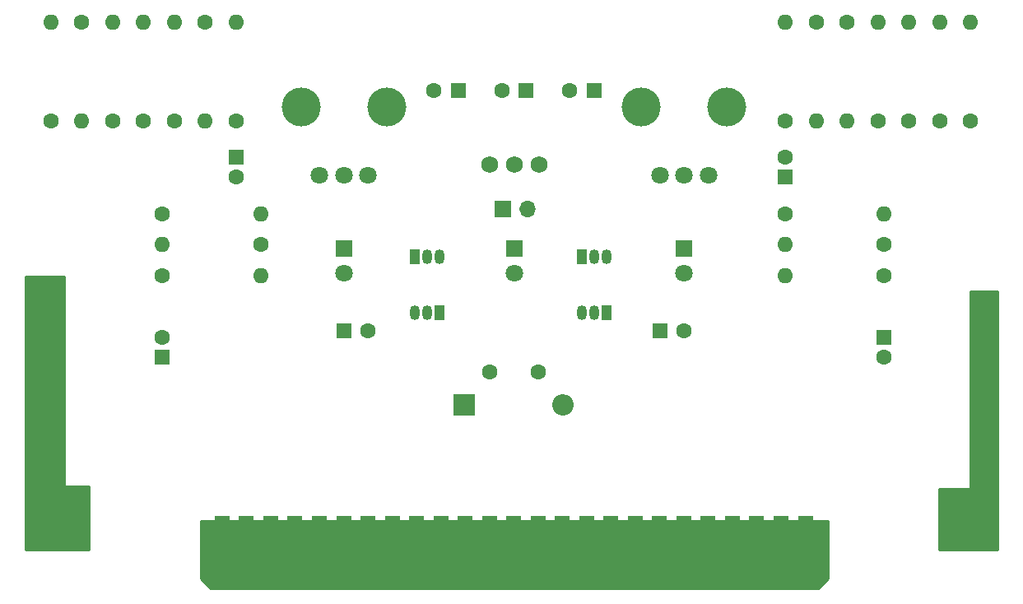
<source format=gbr>
G04 #@! TF.GenerationSoftware,KiCad,Pcbnew,(5.1.7)-1*
G04 #@! TF.CreationDate,2021-05-27T14:05:43-05:00*
G04 #@! TF.ProjectId,ConsolePedalShake,436f6e73-6f6c-4655-9065-64616c536861,rev?*
G04 #@! TF.SameCoordinates,Original*
G04 #@! TF.FileFunction,Soldermask,Top*
G04 #@! TF.FilePolarity,Negative*
%FSLAX46Y46*%
G04 Gerber Fmt 4.6, Leading zero omitted, Abs format (unit mm)*
G04 Created by KiCad (PCBNEW (5.1.7)-1) date 2021-05-27 14:05:43*
%MOMM*%
%LPD*%
G01*
G04 APERTURE LIST*
%ADD10C,1.750000*%
%ADD11R,1.800000X1.800000*%
%ADD12C,1.800000*%
%ADD13R,1.500000X7.000000*%
%ADD14C,5.000000*%
%ADD15C,1.600000*%
%ADD16O,1.600000X1.600000*%
%ADD17R,2.200000X2.200000*%
%ADD18O,2.200000X2.200000*%
%ADD19R,1.700000X1.700000*%
%ADD20O,1.700000X1.700000*%
%ADD21R,1.050000X1.500000*%
%ADD22O,1.050000X1.500000*%
%ADD23C,4.000000*%
%ADD24R,1.600000X1.600000*%
%ADD25C,0.254000*%
%ADD26C,0.100000*%
G04 APERTURE END LIST*
D10*
G04 #@! TO.C,SW1*
X132750000Y-86360000D03*
X130210000Y-86360000D03*
X135290000Y-86360000D03*
G04 #@! TD*
D11*
G04 #@! TO.C,D1*
X115250000Y-95000000D03*
D12*
X115250000Y-97540000D03*
G04 #@! TD*
G04 #@! TO.C,D2*
X150250000Y-97540000D03*
D11*
X150250000Y-95000000D03*
G04 #@! TD*
D13*
G04 #@! TO.C,J1*
X102715000Y-126000000D03*
X105215000Y-126000000D03*
X107715000Y-126000000D03*
X110215000Y-126000000D03*
X112715000Y-126000000D03*
X115215000Y-126000000D03*
X117715000Y-126000000D03*
X120215000Y-126000000D03*
X122715000Y-126000000D03*
X125215000Y-126000000D03*
X127715000Y-126000000D03*
X130215000Y-126000000D03*
X132715000Y-126000000D03*
X135215000Y-126000000D03*
X137715000Y-126000000D03*
X140215000Y-126000000D03*
X142715000Y-126000000D03*
X145215000Y-126000000D03*
X147715000Y-126000000D03*
X150215000Y-126000000D03*
X152715000Y-126000000D03*
X155215000Y-126000000D03*
X157715000Y-126000000D03*
X160215000Y-126000000D03*
X162715000Y-126000000D03*
G04 #@! TD*
D14*
G04 #@! TO.C,H1*
X85350000Y-122600000D03*
G04 #@! TD*
G04 #@! TO.C,H2*
X180150000Y-122600000D03*
G04 #@! TD*
D15*
G04 #@! TO.C,R20*
X100965000Y-71755000D03*
D16*
X100965000Y-81915000D03*
G04 #@! TD*
D15*
G04 #@! TO.C,C5*
X135255000Y-107715000D03*
X130255000Y-107715000D03*
G04 #@! TD*
D11*
G04 #@! TO.C,D3*
X132750000Y-95000000D03*
D12*
X132750000Y-97540000D03*
G04 #@! TD*
D17*
G04 #@! TO.C,D4*
X127635000Y-111125000D03*
D18*
X137795000Y-111125000D03*
G04 #@! TD*
D19*
G04 #@! TO.C,J2*
X131572000Y-90932000D03*
D20*
X134112000Y-90932000D03*
G04 #@! TD*
D21*
G04 #@! TO.C,Q1*
X125095000Y-101600000D03*
D22*
X122555000Y-101600000D03*
X123825000Y-101600000D03*
G04 #@! TD*
D21*
G04 #@! TO.C,Q2*
X122555000Y-95885000D03*
D22*
X125095000Y-95885000D03*
X123825000Y-95885000D03*
G04 #@! TD*
G04 #@! TO.C,Q3*
X140970000Y-95885000D03*
X142240000Y-95885000D03*
D21*
X139700000Y-95885000D03*
G04 #@! TD*
D22*
G04 #@! TO.C,Q4*
X140970000Y-101600000D03*
X139700000Y-101600000D03*
D21*
X142240000Y-101600000D03*
G04 #@! TD*
D16*
G04 #@! TO.C,R1*
X163830000Y-81915000D03*
D15*
X163830000Y-71755000D03*
G04 #@! TD*
D16*
G04 #@! TO.C,R2*
X160655000Y-94615000D03*
D15*
X170815000Y-94615000D03*
G04 #@! TD*
G04 #@! TO.C,R3*
X91440000Y-81915000D03*
D16*
X91440000Y-71755000D03*
G04 #@! TD*
D15*
G04 #@! TO.C,R4*
X160655000Y-81915000D03*
D16*
X160655000Y-71755000D03*
G04 #@! TD*
G04 #@! TO.C,R5*
X170180000Y-71755000D03*
D15*
X170180000Y-81915000D03*
G04 #@! TD*
D16*
G04 #@! TO.C,R6*
X170815000Y-91440000D03*
D15*
X160655000Y-91440000D03*
G04 #@! TD*
G04 #@! TO.C,R7*
X176530000Y-81915000D03*
D16*
X176530000Y-71755000D03*
G04 #@! TD*
D15*
G04 #@! TO.C,R8*
X173355000Y-81915000D03*
D16*
X173355000Y-71755000D03*
G04 #@! TD*
D15*
G04 #@! TO.C,R9*
X88265000Y-71755000D03*
D16*
X88265000Y-81915000D03*
G04 #@! TD*
G04 #@! TO.C,R10*
X160655000Y-97790000D03*
D15*
X170815000Y-97790000D03*
G04 #@! TD*
G04 #@! TO.C,R11*
X96520000Y-91440000D03*
D16*
X106680000Y-91440000D03*
G04 #@! TD*
G04 #@! TO.C,R12*
X94615000Y-71755000D03*
D15*
X94615000Y-81915000D03*
G04 #@! TD*
G04 #@! TO.C,R13*
X179705000Y-81915000D03*
D16*
X179705000Y-71755000D03*
G04 #@! TD*
G04 #@! TO.C,R14*
X97790000Y-71755000D03*
D15*
X97790000Y-81915000D03*
G04 #@! TD*
D16*
G04 #@! TO.C,R15*
X85090000Y-71755000D03*
D15*
X85090000Y-81915000D03*
G04 #@! TD*
D16*
G04 #@! TO.C,R16*
X96520000Y-94615000D03*
D15*
X106680000Y-94615000D03*
G04 #@! TD*
G04 #@! TO.C,R17*
X167005000Y-71755000D03*
D16*
X167005000Y-81915000D03*
G04 #@! TD*
D15*
G04 #@! TO.C,R18*
X96520000Y-97790000D03*
D16*
X106680000Y-97790000D03*
G04 #@! TD*
D15*
G04 #@! TO.C,R19*
X104140000Y-81915000D03*
D16*
X104140000Y-71755000D03*
G04 #@! TD*
D23*
G04 #@! TO.C,RV1*
X119650000Y-80500000D03*
X110850000Y-80500000D03*
D12*
X117750000Y-87500000D03*
X115250000Y-87500000D03*
X112750000Y-87500000D03*
G04 #@! TD*
G04 #@! TO.C,RV2*
X147750000Y-87500000D03*
X150250000Y-87500000D03*
X152750000Y-87500000D03*
D23*
X145850000Y-80500000D03*
X154650000Y-80500000D03*
G04 #@! TD*
D15*
G04 #@! TO.C,C3*
X138470000Y-78740000D03*
D24*
X140970000Y-78740000D03*
G04 #@! TD*
G04 #@! TO.C,C8*
X127000000Y-78740000D03*
D15*
X124500000Y-78740000D03*
G04 #@! TD*
G04 #@! TO.C,C10*
X131485000Y-78740000D03*
D24*
X133985000Y-78740000D03*
G04 #@! TD*
G04 #@! TO.C,C2*
X104140000Y-85630000D03*
D15*
X104140000Y-87630000D03*
G04 #@! TD*
D24*
G04 #@! TO.C,C4*
X170815000Y-104172000D03*
D15*
X170815000Y-106172000D03*
G04 #@! TD*
G04 #@! TO.C,C7*
X160655000Y-85630000D03*
D24*
X160655000Y-87630000D03*
G04 #@! TD*
G04 #@! TO.C,C6*
X147750000Y-103505000D03*
D15*
X150250000Y-103505000D03*
G04 #@! TD*
G04 #@! TO.C,C9*
X117750000Y-103505000D03*
D24*
X115250000Y-103505000D03*
G04 #@! TD*
G04 #@! TO.C,C1*
X96520000Y-106172000D03*
D15*
X96520000Y-104172000D03*
G04 #@! TD*
D25*
X165000000Y-129000000D02*
X164000000Y-130000000D01*
X101500000Y-130000000D01*
X100500000Y-129000000D01*
X100500000Y-123063000D01*
X165000000Y-123063000D01*
X165000000Y-129000000D01*
D26*
G36*
X165000000Y-129000000D02*
G01*
X164000000Y-130000000D01*
X101500000Y-130000000D01*
X100500000Y-129000000D01*
X100500000Y-123063000D01*
X165000000Y-123063000D01*
X165000000Y-129000000D01*
G37*
D25*
X86487000Y-119380000D02*
X86489440Y-119404776D01*
X86496667Y-119428601D01*
X86508403Y-119450557D01*
X86524197Y-119469803D01*
X86543443Y-119485597D01*
X86565399Y-119497333D01*
X86589224Y-119504560D01*
X86614000Y-119507000D01*
X89000000Y-119507000D01*
X89000000Y-126000000D01*
X82500000Y-126000000D01*
X82500000Y-97917000D01*
X86487000Y-97917000D01*
X86487000Y-119380000D01*
D26*
G36*
X86487000Y-119380000D02*
G01*
X86489440Y-119404776D01*
X86496667Y-119428601D01*
X86508403Y-119450557D01*
X86524197Y-119469803D01*
X86543443Y-119485597D01*
X86565399Y-119497333D01*
X86589224Y-119504560D01*
X86614000Y-119507000D01*
X89000000Y-119507000D01*
X89000000Y-126000000D01*
X82500000Y-126000000D01*
X82500000Y-97917000D01*
X86487000Y-97917000D01*
X86487000Y-119380000D01*
G37*
D25*
X182499000Y-126000000D02*
X176500000Y-126000000D01*
X176500000Y-119761000D01*
X179578000Y-119761000D01*
X179602776Y-119758560D01*
X179626601Y-119751333D01*
X179648557Y-119739597D01*
X179667803Y-119723803D01*
X179683597Y-119704557D01*
X179695333Y-119682601D01*
X179702560Y-119658776D01*
X179705000Y-119634000D01*
X179705000Y-99441000D01*
X182499000Y-99441000D01*
X182499000Y-126000000D01*
D26*
G36*
X182499000Y-126000000D02*
G01*
X176500000Y-126000000D01*
X176500000Y-119761000D01*
X179578000Y-119761000D01*
X179602776Y-119758560D01*
X179626601Y-119751333D01*
X179648557Y-119739597D01*
X179667803Y-119723803D01*
X179683597Y-119704557D01*
X179695333Y-119682601D01*
X179702560Y-119658776D01*
X179705000Y-119634000D01*
X179705000Y-99441000D01*
X182499000Y-99441000D01*
X182499000Y-126000000D01*
G37*
M02*

</source>
